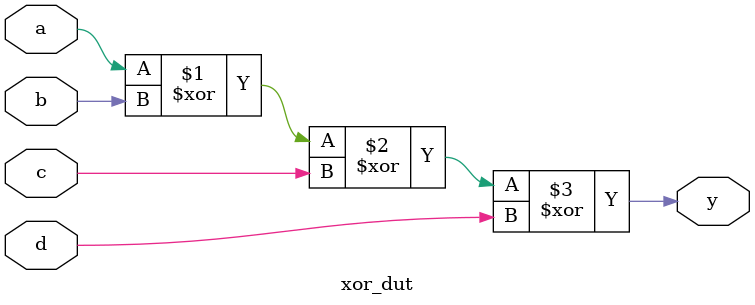
<source format=v>
module xor_dut (
    input a,b,c,d ,output y
);

xor(y,a,b,c,d);
// assign y=a^b;
    
endmodule
 

</source>
